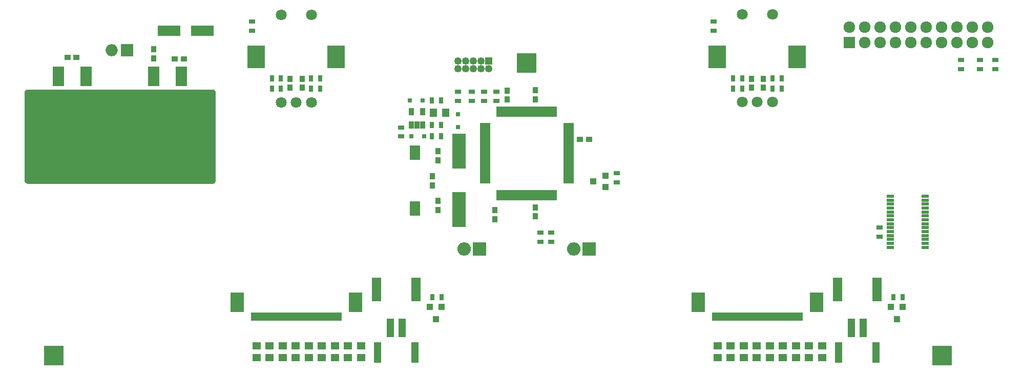
<source format=gbr>
G04 #@! TF.FileFunction,Soldermask,Top*
%FSLAX46Y46*%
G04 Gerber Fmt 4.6, Leading zero omitted, Abs format (unit mm)*
G04 Created by KiCad (PCBNEW no-vcs-found-product) date Fri 08 Jan 2016 06:00:49 PM BRST*
%MOMM*%
G01*
G04 APERTURE LIST*
%ADD10C,0.100000*%
%ADD11R,1.000000X0.950000*%
%ADD12R,3.799180X1.800200*%
%ADD13R,1.450000X1.200000*%
%ADD14R,0.950000X1.000000*%
%ADD15C,1.800000*%
%ADD16R,3.000000X3.800000*%
%ADD17R,1.200000X3.050000*%
%ADD18R,1.600000X4.000000*%
%ADD19R,1.250000X1.250000*%
%ADD20C,1.250000*%
%ADD21R,1.000100X1.000100*%
%ADD22R,0.700000X1.100000*%
%ADD23R,1.100000X0.700000*%
%ADD24R,1.800000X2.380000*%
%ADD25R,1.851000X3.248000*%
%ADD26R,6.296000X6.296000*%
%ADD27R,1.700000X0.480000*%
%ADD28R,0.480000X1.700000*%
%ADD29R,1.300000X0.600000*%
%ADD30R,2.300580X5.800700*%
%ADD31R,2.232000X2.232000*%
%ADD32O,2.232000X2.232000*%
%ADD33R,1.200000X1.450000*%
%ADD34R,0.790000X0.650000*%
%ADD35R,0.650000X0.790000*%
%ADD36R,0.850000X1.260000*%
%ADD37R,1.927200X1.927200*%
%ADD38O,1.927200X1.927200*%
%ADD39R,2.200000X3.200000*%
%ADD40R,0.500000X1.450000*%
%ADD41C,1.200000*%
%ADD42R,3.200000X3.200000*%
%ADD43R,1.200000X3.400000*%
%ADD44O,2.000000X2.000000*%
%ADD45R,2.000000X2.000000*%
%ADD46C,0.254000*%
G04 APERTURE END LIST*
D10*
D11*
X5602540Y-5740400D03*
X7102540Y-5740400D03*
X24817100Y-6014900D03*
X23317100Y-6014900D03*
D12*
X27897420Y-1379400D03*
X22395780Y-1379400D03*
D13*
X115189600Y-53401900D03*
X115189600Y-55401900D03*
X117348600Y-55401900D03*
X117348600Y-53401900D03*
X130302600Y-55401900D03*
X130302600Y-53401900D03*
X121666600Y-55401900D03*
X121666600Y-53401900D03*
X119507600Y-55401900D03*
X119507600Y-53401900D03*
X123825600Y-55401900D03*
X123825600Y-53401900D03*
X125984600Y-55401900D03*
X125984600Y-53401900D03*
X128143600Y-55401900D03*
X128143600Y-53401900D03*
X113030600Y-55401900D03*
X113030600Y-53401900D03*
X38989600Y-53401900D03*
X38989600Y-55401900D03*
X41148600Y-55401900D03*
X41148600Y-53401900D03*
X54102600Y-55401900D03*
X54102600Y-53401900D03*
X45466600Y-55401900D03*
X45466600Y-53401900D03*
X43307600Y-55401900D03*
X43307600Y-53401900D03*
X47625600Y-55401900D03*
X47625600Y-53401900D03*
X49784600Y-55401900D03*
X49784600Y-53401900D03*
X51943600Y-55401900D03*
X51943600Y-53401900D03*
X36830600Y-55401900D03*
X36830600Y-53401900D03*
D14*
X76200600Y-30982400D03*
X76200600Y-32482400D03*
D11*
X90297600Y-19286400D03*
X91797600Y-19286400D03*
D14*
X78232600Y-12733900D03*
X78232600Y-11233900D03*
X82945000Y-12721200D03*
X82945000Y-11221200D03*
X82931600Y-30537900D03*
X82931600Y-32037900D03*
X66802600Y-21266900D03*
X66802600Y-22766900D03*
X66802600Y-30958400D03*
X66802600Y-29458400D03*
X118618600Y-10790800D03*
X118618600Y-9290800D03*
X42367800Y-10790800D03*
X42367800Y-9290800D03*
X120625200Y-10790800D03*
X120625200Y-9290800D03*
X44374400Y-10790800D03*
X44374400Y-9290800D03*
D15*
X117123800Y-13165000D03*
X117123800Y1335000D03*
X122123800Y-13165000D03*
X122123800Y1335000D03*
X119623800Y-13165000D03*
D16*
X113023800Y-5665000D03*
X126223800Y-5665000D03*
D15*
X40898400Y-13215800D03*
X40898400Y1284200D03*
X45898400Y-13215800D03*
X45898400Y1284200D03*
X43398400Y-13215800D03*
D16*
X36798400Y-5715800D03*
X49998400Y-5715800D03*
D17*
X135144600Y-50510400D03*
X137144600Y-50510400D03*
D18*
X132894600Y-44135400D03*
X139394600Y-44135400D03*
D17*
X58944600Y-50510400D03*
X60944600Y-50510400D03*
D18*
X56694600Y-44135400D03*
X63194600Y-44135400D03*
D19*
X75248100Y-6395900D03*
D20*
X73978100Y-6395900D03*
X72708100Y-6395900D03*
X71438100Y-6395900D03*
X70168100Y-6395900D03*
X73978100Y-7665900D03*
X72708100Y-7665900D03*
X71438100Y-7665900D03*
X70168100Y-7665900D03*
X75248100Y-7665900D03*
D21*
X143611640Y-47017940D03*
X141711640Y-47017940D03*
X142661640Y-49016920D03*
X67424340Y-47030640D03*
X65524340Y-47030640D03*
X66474340Y-49029620D03*
D22*
X142102140Y-45415200D03*
X143602140Y-45415200D03*
X65914840Y-45415200D03*
X67414840Y-45415200D03*
D23*
X96393600Y-26386400D03*
X96393600Y-24886400D03*
X76454600Y-12924400D03*
X76454600Y-11424400D03*
X74422600Y-12924400D03*
X74422600Y-11424400D03*
X72454100Y-12924400D03*
X72454100Y-11424400D03*
X70104600Y-12924400D03*
X70104600Y-11424400D03*
X85535100Y-36228900D03*
X85535100Y-34728900D03*
X112370200Y-1367400D03*
X112370200Y132600D03*
X36119400Y-1367400D03*
X36119400Y132600D03*
D22*
X115633400Y-9202600D03*
X117133400Y-9202600D03*
X39382600Y-9202600D03*
X40882600Y-9202600D03*
X117133400Y-10929800D03*
X115633400Y-10929800D03*
X40882600Y-10929800D03*
X39382600Y-10929800D03*
D23*
X83757100Y-36228900D03*
X83757100Y-34728900D03*
D22*
X123610400Y-9202600D03*
X122110400Y-9202600D03*
X47359600Y-9202600D03*
X45859600Y-9202600D03*
X122110400Y-10929800D03*
X123610400Y-10929800D03*
X45859600Y-10929800D03*
X47359600Y-10929800D03*
D24*
X62994700Y-21531860D03*
X62990060Y-30736720D03*
D25*
X24448100Y-8935900D03*
D26*
X22162100Y-15285900D03*
D25*
X19876100Y-8935900D03*
D27*
X74609200Y-16847800D03*
X74609200Y-17347800D03*
X74609200Y-17847800D03*
X74609200Y-18347800D03*
X74609200Y-18847800D03*
X74609200Y-19347800D03*
X74609200Y-19847800D03*
X74609200Y-20347800D03*
X74609200Y-20847800D03*
X74609200Y-21347800D03*
X74609200Y-21847800D03*
X74609200Y-22347800D03*
X74609200Y-22847800D03*
X74609200Y-23347800D03*
X74609200Y-23847800D03*
X74609200Y-24347800D03*
X74609200Y-24847800D03*
X74609200Y-25347800D03*
X74609200Y-25847800D03*
X74609200Y-26347800D03*
D28*
X76759200Y-28497800D03*
X77259200Y-28497800D03*
X77759200Y-28497800D03*
X78259200Y-28497800D03*
X78759200Y-28497800D03*
X79259200Y-28497800D03*
X79759200Y-28497800D03*
X80259200Y-28497800D03*
X80759200Y-28497800D03*
X81259200Y-28497800D03*
X81759200Y-28497800D03*
X82259200Y-28497800D03*
X82759200Y-28497800D03*
X83259200Y-28497800D03*
X83759200Y-28497800D03*
X84259200Y-28497800D03*
X84759200Y-28497800D03*
X85259200Y-28497800D03*
X85759200Y-28497800D03*
X86259200Y-28497800D03*
D27*
X88409200Y-26347800D03*
X88409200Y-25847800D03*
X88409200Y-25347800D03*
X88409200Y-24847800D03*
X88409200Y-24347800D03*
X88409200Y-23847800D03*
X88409200Y-23347800D03*
X88409200Y-22847800D03*
X88409200Y-22347800D03*
X88409200Y-21847800D03*
X88409200Y-21347800D03*
X88409200Y-20847800D03*
X88409200Y-20347800D03*
X88409200Y-19847800D03*
X88409200Y-19347800D03*
X88409200Y-18847800D03*
X88409200Y-18347800D03*
X88409200Y-17847800D03*
X88409200Y-17347800D03*
X88409200Y-16847800D03*
D28*
X86259200Y-14697800D03*
X85759200Y-14697800D03*
X85259200Y-14697800D03*
X84759200Y-14697800D03*
X84259200Y-14697800D03*
X83759200Y-14697800D03*
X83259200Y-14697800D03*
X82759200Y-14697800D03*
X82259200Y-14697800D03*
X81759200Y-14697800D03*
X81259200Y-14697800D03*
X80759200Y-14697800D03*
X80259200Y-14697800D03*
X79759200Y-14697800D03*
X79259200Y-14697800D03*
X78759200Y-14697800D03*
X78259200Y-14697800D03*
X77759200Y-14697800D03*
X77259200Y-14697800D03*
X76759200Y-14697800D03*
D29*
X147325800Y-37151200D03*
X147325800Y-36501200D03*
X147325800Y-35851200D03*
X147325800Y-35201200D03*
X147325800Y-34551200D03*
X147325800Y-33901200D03*
X147325800Y-33251200D03*
X147325800Y-32601200D03*
X147325800Y-31951200D03*
X147325800Y-31301200D03*
X147325800Y-30651200D03*
X147325800Y-30001200D03*
X147325800Y-29351200D03*
X147325800Y-28701200D03*
X141625800Y-28701200D03*
X141625800Y-29351200D03*
X141625800Y-30001200D03*
X141625800Y-30651200D03*
X141625800Y-31301200D03*
X141625800Y-31951200D03*
X141625800Y-32601200D03*
X141625800Y-33251200D03*
X141625800Y-33901200D03*
X141625800Y-34551200D03*
X141625800Y-35201200D03*
X141625800Y-35851200D03*
X141625800Y-36501200D03*
X141625800Y-37151200D03*
D30*
X70345900Y-21232040D03*
X70345900Y-30929760D03*
D31*
X91827100Y-37447400D03*
D32*
X89287100Y-37447400D03*
D31*
X73666100Y-37447400D03*
D32*
X71126100Y-37447400D03*
D14*
X19865340Y-5931600D03*
X19865340Y-4431600D03*
D33*
X68120100Y-14904900D03*
X66120100Y-14904900D03*
D14*
X65913600Y-25394400D03*
X65913600Y-26894400D03*
D34*
X64301600Y-12872900D03*
X62191600Y-12872900D03*
D35*
X70155400Y-15132600D03*
X70155400Y-17242600D03*
D34*
X64555600Y-18841900D03*
X62445600Y-18841900D03*
D21*
X94524860Y-27221400D03*
X94524860Y-25321400D03*
X92525880Y-26271400D03*
D22*
X67362100Y-12872900D03*
X65862100Y-12872900D03*
X67362100Y-16936900D03*
X65862100Y-16936900D03*
X65862100Y-18778400D03*
X67362100Y-18778400D03*
D23*
X158941100Y-7717400D03*
X158941100Y-6217400D03*
X156413800Y-7717400D03*
X156413800Y-6217400D03*
X153264200Y-7717400D03*
X153264200Y-6217400D03*
X60770100Y-17329900D03*
X60770100Y-18829900D03*
D25*
X8636600Y-8935900D03*
D26*
X6350600Y-15285900D03*
D25*
X4064600Y-8935900D03*
D36*
X62423600Y-16957400D03*
X63373600Y-16957400D03*
X64323600Y-16957400D03*
X64323600Y-14757400D03*
X62423600Y-14757400D03*
D37*
X134816600Y-3284400D03*
D38*
X134816600Y-744400D03*
X137356600Y-3284400D03*
X137356600Y-744400D03*
X139896600Y-3284400D03*
X139896600Y-744400D03*
X142436600Y-3284400D03*
X142436600Y-744400D03*
X144976600Y-3284400D03*
X144976600Y-744400D03*
X147516600Y-3284400D03*
X147516600Y-744400D03*
X150056600Y-3284400D03*
X150056600Y-744400D03*
X152596600Y-3284400D03*
X152596600Y-744400D03*
X155136600Y-3284400D03*
X155136600Y-744400D03*
X157676600Y-3284400D03*
X157676600Y-744400D03*
D39*
X109844600Y-46274900D03*
X129424600Y-46274900D03*
D40*
X126884600Y-48599900D03*
X126384600Y-48599900D03*
X125884600Y-48599900D03*
X125384600Y-48599900D03*
X124884600Y-48599900D03*
X124384600Y-48599900D03*
X123884600Y-48599900D03*
X123384600Y-48599900D03*
X122884600Y-48599900D03*
X122384600Y-48599900D03*
X121884600Y-48599900D03*
X121384600Y-48599900D03*
X120884600Y-48599900D03*
X120384600Y-48599900D03*
X119884600Y-48599900D03*
X119384600Y-48599900D03*
X118884600Y-48599900D03*
X118384600Y-48599900D03*
X117884600Y-48599900D03*
X117384600Y-48599900D03*
X116884600Y-48599900D03*
X116384600Y-48599900D03*
X115884600Y-48599900D03*
X115384600Y-48599900D03*
X114884600Y-48599900D03*
X114384600Y-48599900D03*
X113884600Y-48599900D03*
X113384600Y-48599900D03*
X112884600Y-48599900D03*
X112384600Y-48599900D03*
D39*
X33644600Y-46274900D03*
X53224600Y-46274900D03*
D40*
X50684600Y-48599900D03*
X50184600Y-48599900D03*
X49684600Y-48599900D03*
X49184600Y-48599900D03*
X48684600Y-48599900D03*
X48184600Y-48599900D03*
X47684600Y-48599900D03*
X47184600Y-48599900D03*
X46684600Y-48599900D03*
X46184600Y-48599900D03*
X45684600Y-48599900D03*
X45184600Y-48599900D03*
X44684600Y-48599900D03*
X44184600Y-48599900D03*
X43684600Y-48599900D03*
X43184600Y-48599900D03*
X42684600Y-48599900D03*
X42184600Y-48599900D03*
X41684600Y-48599900D03*
X41184600Y-48599900D03*
X40684600Y-48599900D03*
X40184600Y-48599900D03*
X39684600Y-48599900D03*
X39184600Y-48599900D03*
X38684600Y-48599900D03*
X38184600Y-48599900D03*
X37684600Y-48599900D03*
X37184600Y-48599900D03*
X36684600Y-48599900D03*
X36184600Y-48599900D03*
D41*
X3327400Y-55016400D03*
D42*
X3327400Y-55016400D03*
D41*
X81483200Y-6731000D03*
D42*
X81483200Y-6731000D03*
D41*
X150114000Y-55016400D03*
D42*
X150114000Y-55016400D03*
D43*
X139246540Y-54559200D03*
X133046540Y-54559200D03*
X63046540Y-54559200D03*
X56846540Y-54559200D03*
D44*
X12945740Y-4572000D03*
D45*
X15445740Y-4572000D03*
D23*
X139829540Y-33895600D03*
X139829540Y-35395600D03*
D46*
G36*
X29729390Y-11201792D02*
X29849591Y-11282109D01*
X29929908Y-11402310D01*
X29960600Y-11556609D01*
X29960600Y-26089091D01*
X29929908Y-26243390D01*
X29849591Y-26363591D01*
X29729390Y-26443908D01*
X29575091Y-26474600D01*
X-1010191Y-26474600D01*
X-1164490Y-26443908D01*
X-1284691Y-26363591D01*
X-1365008Y-26243390D01*
X-1395700Y-26089091D01*
X-1395700Y-11556609D01*
X-1365008Y-11402310D01*
X-1284691Y-11282109D01*
X-1164490Y-11201792D01*
X-1010191Y-11171100D01*
X29575091Y-11171100D01*
X29729390Y-11201792D01*
X29729390Y-11201792D01*
G37*
X29729390Y-11201792D02*
X29849591Y-11282109D01*
X29929908Y-11402310D01*
X29960600Y-11556609D01*
X29960600Y-26089091D01*
X29929908Y-26243390D01*
X29849591Y-26363591D01*
X29729390Y-26443908D01*
X29575091Y-26474600D01*
X-1010191Y-26474600D01*
X-1164490Y-26443908D01*
X-1284691Y-26363591D01*
X-1365008Y-26243390D01*
X-1395700Y-26089091D01*
X-1395700Y-11556609D01*
X-1365008Y-11402310D01*
X-1284691Y-11282109D01*
X-1164490Y-11201792D01*
X-1010191Y-11171100D01*
X29575091Y-11171100D01*
X29729390Y-11201792D01*
M02*

</source>
